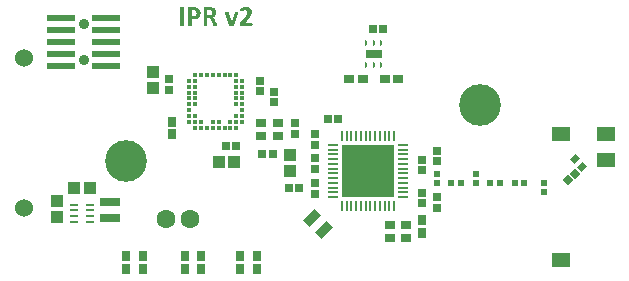
<source format=gbr>
%TF.GenerationSoftware,Altium Limited,Altium Designer,22.8.2 (66)*%
G04 Layer_Color=8388736*
%FSLAX45Y45*%
%MOMM*%
%TF.SameCoordinates,DE4C73A7-34E9-4613-BA68-141157798951*%
%TF.FilePolarity,Negative*%
%TF.FileFunction,Soldermask,Top*%
%TF.Part,Single*%
G01*
G75*
%TA.AperFunction,ConnectorPad*%
%ADD10R,1.50000X1.20000*%
%TA.AperFunction,SMDPad,CuDef*%
%ADD11R,4.45000X4.45000*%
%ADD12R,0.86000X0.22000*%
%ADD13R,0.22000X0.86000*%
%ADD17R,0.90000X0.80000*%
%ADD19R,1.35000X0.65000*%
G04:AMPARAMS|DCode=20|XSize=0.5mm|YSize=0.25mm|CornerRadius=0.125mm|HoleSize=0mm|Usage=FLASHONLY|Rotation=270.000|XOffset=0mm|YOffset=0mm|HoleType=Round|Shape=RoundedRectangle|*
%AMROUNDEDRECTD20*
21,1,0.50000,0.00000,0,0,270.0*
21,1,0.25000,0.25000,0,0,270.0*
1,1,0.25000,0.00000,-0.12500*
1,1,0.25000,0.00000,0.12500*
1,1,0.25000,0.00000,0.12500*
1,1,0.25000,0.00000,-0.12500*
%
%ADD20ROUNDEDRECTD20*%
G04:AMPARAMS|DCode=29|XSize=0.75mm|YSize=1.4mm|CornerRadius=0mm|HoleSize=0mm|Usage=FLASHONLY|Rotation=315.000|XOffset=0mm|YOffset=0mm|HoleType=Round|Shape=Rectangle|*
%AMROTATEDRECTD29*
4,1,4,-0.76014,-0.22981,0.22981,0.76014,0.76014,0.22981,-0.22981,-0.76014,-0.76014,-0.22981,0.0*
%
%ADD29ROTATEDRECTD29*%

G04:AMPARAMS|DCode=31|XSize=0.6mm|YSize=0.25mm|CornerRadius=0.05mm|HoleSize=0mm|Usage=FLASHONLY|Rotation=0.000|XOffset=0mm|YOffset=0mm|HoleType=Round|Shape=RoundedRectangle|*
%AMROUNDEDRECTD31*
21,1,0.60000,0.15000,0,0,0.0*
21,1,0.50000,0.25000,0,0,0.0*
1,1,0.10000,0.25000,-0.07500*
1,1,0.10000,-0.25000,-0.07500*
1,1,0.10000,-0.25000,0.07500*
1,1,0.10000,0.25000,0.07500*
%
%ADD31ROUNDEDRECTD31*%
%ADD33R,2.40000X0.56000*%
%TA.AperFunction,ComponentPad*%
%ADD43C,1.52400*%
%TA.AperFunction,ViaPad*%
%ADD46C,0.50000*%
%ADD49C,1.60020*%
%TA.AperFunction,ComponentPad*%
%ADD50C,0.88900*%
%ADD51C,3.53060*%
%TA.AperFunction,SMDPad,CuDef*%
%ADD57R,0.67620X0.71620*%
%ADD58R,0.97620X1.07620*%
%ADD59R,0.71620X0.67620*%
%ADD60R,0.82620X0.67620*%
%TA.AperFunction,BGAPad,CuDef*%
%ADD61C,0.42620*%
%TA.AperFunction,SMDPad,CuDef*%
%ADD62R,0.67620X0.82620*%
%ADD63R,0.55620X0.61620*%
%ADD64R,1.07620X0.97620*%
%ADD65R,0.62620X0.61620*%
%ADD66R,0.61620X0.62620*%
G04:AMPARAMS|DCode=67|XSize=0.6162mm|YSize=0.5562mm|CornerRadius=0mm|HoleSize=0mm|Usage=FLASHONLY|Rotation=225.000|XOffset=0mm|YOffset=0mm|HoleType=Round|Shape=Rectangle|*
%AMROTATEDRECTD67*
4,1,4,0.02121,0.41451,0.41451,0.02121,-0.02121,-0.41451,-0.41451,-0.02121,0.02121,0.41451,0.0*
%
%ADD67ROTATEDRECTD67*%

G04:AMPARAMS|DCode=68|XSize=0.6162mm|YSize=0.6262mm|CornerRadius=0mm|HoleSize=0mm|Usage=FLASHONLY|Rotation=315.000|XOffset=0mm|YOffset=0mm|HoleType=Round|Shape=Rectangle|*
%AMROTATEDRECTD68*
4,1,4,-0.43925,-0.00354,0.00354,0.43925,0.43925,0.00354,-0.00354,-0.43925,-0.43925,-0.00354,0.0*
%
%ADD68ROTATEDRECTD68*%

%ADD69R,0.79620X0.83620*%
%ADD70R,1.67620X0.72620*%
G36*
X4637709Y4804539D02*
X4638273D01*
X4639402Y4804257D01*
X4640813Y4803975D01*
X4642224Y4803411D01*
X4642506D01*
X4643071Y4803128D01*
X4643917Y4802564D01*
X4644482Y4802000D01*
X4644764Y4801435D01*
X4645046Y4800024D01*
Y4799460D01*
Y4798331D01*
Y4797767D01*
X4644764Y4796356D01*
Y4796073D01*
X4644482Y4795791D01*
X4644199Y4794098D01*
Y4793816D01*
X4643917Y4793252D01*
X4643635Y4792405D01*
X4643353Y4791276D01*
X4610618Y4692790D01*
Y4692508D01*
X4610336Y4691379D01*
X4609772Y4690251D01*
X4608925Y4689122D01*
X4608643Y4688840D01*
X4608079Y4688558D01*
X4607232Y4687993D01*
X4605539Y4687429D01*
X4605257D01*
X4603846Y4687147D01*
X4601870Y4686864D01*
X4599048Y4686582D01*
X4596227D01*
X4594816Y4686300D01*
X4584939D01*
X4581270Y4686582D01*
X4577884Y4686864D01*
X4577320D01*
X4575626Y4687147D01*
X4573369Y4687429D01*
X4571393Y4687711D01*
X4571111D01*
X4570265Y4688275D01*
X4569136Y4688558D01*
X4568007Y4689404D01*
Y4689686D01*
X4567443Y4690251D01*
X4567161Y4691379D01*
X4566596Y4692790D01*
X4533862Y4791276D01*
Y4791558D01*
X4533297Y4792687D01*
X4533015Y4794098D01*
X4532451Y4795509D01*
Y4795791D01*
Y4796638D01*
X4532168Y4797484D01*
Y4798331D01*
Y4798613D01*
Y4798895D01*
Y4800024D01*
Y4800306D01*
Y4800589D01*
X4532733Y4802000D01*
X4533015Y4802282D01*
X4533297Y4802564D01*
X4534144Y4802846D01*
X4535273Y4803411D01*
X4535555Y4803693D01*
X4536401Y4803975D01*
X4537812Y4804257D01*
X4539788Y4804539D01*
X4540352D01*
X4542045Y4804821D01*
X4550229D01*
X4553051Y4804539D01*
X4555591Y4804257D01*
X4556155D01*
X4557284Y4803975D01*
X4558977Y4803693D01*
X4560388Y4803411D01*
X4560670D01*
X4561234Y4803128D01*
X4562081Y4802564D01*
X4562645Y4801717D01*
X4562928Y4801435D01*
X4563210Y4801153D01*
X4564056Y4799460D01*
X4588607Y4719599D01*
X4589454Y4716495D01*
X4590300Y4719599D01*
X4614569Y4799460D01*
Y4799742D01*
X4614851Y4800306D01*
X4615698Y4801717D01*
X4615980Y4802000D01*
X4616262Y4802282D01*
X4617109Y4802846D01*
X4618238Y4803411D01*
X4618520D01*
X4619366Y4803693D01*
X4620777Y4803975D01*
X4622753Y4804257D01*
X4623317D01*
X4624728Y4804539D01*
X4627268Y4804821D01*
X4635451D01*
X4637709Y4804539D01*
D02*
G37*
G36*
X4713619Y4847433D02*
X4716441D01*
X4719827Y4846868D01*
X4723496Y4846304D01*
X4727165Y4845457D01*
X4730551Y4844329D01*
X4730833D01*
X4732244Y4843764D01*
X4733937Y4842918D01*
X4735913Y4842071D01*
X4740992Y4839249D01*
X4743532Y4837556D01*
X4745789Y4835581D01*
X4746072Y4835298D01*
X4746918Y4834734D01*
X4748047Y4833605D01*
X4749176Y4831912D01*
X4750869Y4829937D01*
X4752280Y4827961D01*
X4753691Y4825422D01*
X4755102Y4822600D01*
X4755384Y4822318D01*
X4755666Y4821189D01*
X4756231Y4819778D01*
X4756795Y4817802D01*
X4757359Y4815263D01*
X4757641Y4812441D01*
X4758206Y4809337D01*
Y4806232D01*
Y4805950D01*
Y4804821D01*
Y4803411D01*
X4757924Y4801435D01*
Y4799178D01*
X4757641Y4796638D01*
X4756513Y4790994D01*
Y4790712D01*
X4756231Y4789583D01*
X4755948Y4788172D01*
X4755102Y4786197D01*
X4754255Y4783939D01*
X4753409Y4781117D01*
X4751998Y4778013D01*
X4750304Y4774909D01*
X4750022Y4774627D01*
X4749458Y4773498D01*
X4748329Y4771805D01*
X4746918Y4769265D01*
X4745225Y4766443D01*
X4742967Y4763339D01*
X4740428Y4759953D01*
X4737324Y4756002D01*
X4737041Y4755438D01*
X4735913Y4754309D01*
X4733937Y4752051D01*
X4731397Y4749229D01*
X4728293Y4745561D01*
X4724343Y4741610D01*
X4719827Y4736813D01*
X4715030Y4732015D01*
X4696688Y4713108D01*
X4759617D01*
X4760181Y4712826D01*
X4761028Y4712262D01*
X4761310Y4711980D01*
X4761592Y4711697D01*
X4762721Y4710004D01*
X4763003Y4709722D01*
X4763285Y4708876D01*
X4763568Y4707747D01*
X4763850Y4706054D01*
Y4705489D01*
X4764132Y4704360D01*
X4764414Y4702385D01*
Y4700128D01*
Y4699845D01*
Y4699563D01*
Y4697870D01*
X4764132Y4695895D01*
X4763850Y4693919D01*
Y4693637D01*
X4763568Y4692508D01*
X4763285Y4691097D01*
X4763003Y4689686D01*
Y4689404D01*
X4762721Y4688840D01*
X4762157Y4688275D01*
X4761310Y4687711D01*
X4760746Y4687429D01*
X4759335Y4687147D01*
X4665364D01*
X4663953Y4687429D01*
X4663671D01*
X4662824Y4687993D01*
X4661696Y4688558D01*
X4660567Y4689404D01*
X4660285Y4689686D01*
X4660002Y4690533D01*
X4659438Y4691662D01*
X4658874Y4693355D01*
Y4693919D01*
Y4695330D01*
X4658591Y4697588D01*
Y4700410D01*
Y4700692D01*
Y4700974D01*
Y4702667D01*
Y4704925D01*
X4658874Y4707182D01*
Y4707465D01*
Y4707747D01*
X4659156Y4709158D01*
X4659438Y4710851D01*
X4660002Y4712544D01*
X4660285Y4712826D01*
X4660849Y4713955D01*
X4661696Y4715366D01*
X4662542Y4716777D01*
X4662824Y4717059D01*
X4663671Y4718188D01*
X4665082Y4719881D01*
X4666775Y4721574D01*
X4694148Y4750922D01*
X4694430Y4751205D01*
X4695559Y4752333D01*
X4696970Y4754027D01*
X4698945Y4756002D01*
X4700920Y4758542D01*
X4703178Y4761081D01*
X4705153Y4763621D01*
X4707129Y4766443D01*
X4707411Y4766725D01*
X4707975Y4767572D01*
X4708822Y4768983D01*
X4709951Y4770676D01*
X4712490Y4774909D01*
X4715030Y4779142D01*
Y4779424D01*
X4715595Y4780271D01*
X4715877Y4781399D01*
X4716723Y4782810D01*
X4717852Y4786197D01*
X4718981Y4789865D01*
Y4790147D01*
X4719263Y4790712D01*
Y4791558D01*
X4719545Y4792969D01*
X4719827Y4795791D01*
X4720110Y4799178D01*
Y4799460D01*
Y4799742D01*
X4719827Y4801717D01*
X4719545Y4803975D01*
X4718699Y4806797D01*
Y4807079D01*
X4718417Y4807361D01*
X4717570Y4809054D01*
X4716441Y4811030D01*
X4714748Y4813005D01*
X4714466Y4813569D01*
X4713055Y4814698D01*
X4711079Y4816109D01*
X4708540Y4817238D01*
X4708258D01*
X4707975Y4817520D01*
X4707129Y4817802D01*
X4706000Y4818085D01*
X4703178Y4818649D01*
X4699510Y4818931D01*
X4696970D01*
X4695277Y4818649D01*
X4691326Y4818085D01*
X4686811Y4816956D01*
X4686529D01*
X4685964Y4816674D01*
X4684835Y4816391D01*
X4683424Y4815827D01*
X4680320Y4814698D01*
X4676934Y4813005D01*
X4676652D01*
X4676370Y4812723D01*
X4674394Y4811594D01*
X4672137Y4810183D01*
X4669879Y4808772D01*
X4669315Y4808490D01*
X4668186Y4807926D01*
X4666775Y4807361D01*
X4665646Y4807079D01*
X4665082D01*
X4663671Y4807643D01*
Y4807926D01*
X4663106Y4808208D01*
X4662824Y4809054D01*
X4662260Y4810183D01*
Y4810465D01*
X4661978Y4811312D01*
Y4812723D01*
X4661696Y4814698D01*
Y4815263D01*
Y4816674D01*
X4661413Y4818931D01*
Y4821753D01*
Y4822318D01*
Y4823446D01*
Y4824857D01*
Y4826268D01*
Y4826550D01*
X4661696Y4827397D01*
X4661978Y4829655D01*
Y4829937D01*
X4662260Y4830501D01*
X4662824Y4831912D01*
X4663106Y4832194D01*
X4663389Y4832759D01*
X4665082Y4834452D01*
X4665364Y4834734D01*
X4666493Y4835581D01*
X4668186Y4836709D01*
X4670726Y4838120D01*
X4671008D01*
X4671572Y4838403D01*
X4672419Y4838967D01*
X4673548Y4839531D01*
X4676934Y4840942D01*
X4680885Y4842353D01*
X4681167D01*
X4682013Y4842635D01*
X4683142Y4843200D01*
X4684835Y4843764D01*
X4686529Y4844329D01*
X4688786Y4844893D01*
X4693866Y4846022D01*
X4694148D01*
X4695277Y4846304D01*
X4696688Y4846586D01*
X4698663Y4846868D01*
X4700920Y4847151D01*
X4703460Y4847433D01*
X4709104Y4847715D01*
X4711079D01*
X4713619Y4847433D01*
D02*
G37*
G36*
X4410261Y4844611D02*
X4411107D01*
X4412800Y4844329D01*
X4415058Y4844046D01*
X4417598Y4843764D01*
X4418162D01*
X4419291Y4843482D01*
X4420984Y4843200D01*
X4423242Y4842918D01*
X4426064Y4842071D01*
X4428885Y4841507D01*
X4434812Y4839249D01*
X4435094Y4838967D01*
X4436223Y4838685D01*
X4437633Y4837838D01*
X4439327Y4836992D01*
X4443560Y4834170D01*
X4447792Y4830501D01*
X4448075Y4830219D01*
X4448639Y4829655D01*
X4449768Y4828526D01*
X4450897Y4827115D01*
X4452025Y4825139D01*
X4453436Y4823164D01*
X4455976Y4818085D01*
Y4817802D01*
X4456540Y4816674D01*
X4456823Y4815263D01*
X4457387Y4813287D01*
X4457951Y4810748D01*
X4458234Y4807926D01*
X4458798Y4804821D01*
Y4801435D01*
Y4801153D01*
Y4800024D01*
Y4798613D01*
X4458516Y4796638D01*
X4458234Y4794380D01*
X4457951Y4791841D01*
X4456540Y4786761D01*
Y4786479D01*
X4456258Y4785632D01*
X4455694Y4784504D01*
X4455130Y4782810D01*
X4453154Y4779142D01*
X4450614Y4775191D01*
X4450332Y4774909D01*
X4450050Y4774345D01*
X4449203Y4773498D01*
X4448075Y4772087D01*
X4444971Y4769265D01*
X4441020Y4766161D01*
X4440738Y4765879D01*
X4440173Y4765597D01*
X4438762Y4764750D01*
X4437351Y4764186D01*
X4435376Y4763057D01*
X4433118Y4762210D01*
X4428039Y4760235D01*
X4428321D01*
X4428603Y4759953D01*
X4430296Y4759106D01*
X4432554Y4757695D01*
X4434812Y4756002D01*
X4435094D01*
X4435376Y4755720D01*
X4436787Y4754309D01*
X4438480Y4752616D01*
X4440455Y4750076D01*
Y4749794D01*
X4441020Y4749511D01*
X4442149Y4747818D01*
X4443842Y4745279D01*
X4445535Y4742174D01*
Y4741892D01*
X4446099Y4741328D01*
X4446382Y4740481D01*
X4447228Y4739352D01*
X4448639Y4736248D01*
X4450614Y4732298D01*
X4463878Y4701256D01*
Y4700974D01*
X4464160Y4700410D01*
X4464724Y4698717D01*
X4465571Y4696177D01*
X4466135Y4694201D01*
X4466417Y4693919D01*
X4466699Y4693073D01*
X4466982Y4691944D01*
Y4691097D01*
Y4690815D01*
Y4690251D01*
X4466417Y4688840D01*
X4465853Y4688275D01*
X4465006Y4687993D01*
X4463878Y4687429D01*
X4463595D01*
X4462467Y4687147D01*
X4460773Y4686864D01*
X4458516Y4686582D01*
X4455976D01*
X4453154Y4686300D01*
X4443277D01*
X4440738Y4686582D01*
X4440173D01*
X4439044Y4686864D01*
X4437633Y4687147D01*
X4435940Y4687429D01*
X4435658D01*
X4435094Y4687711D01*
X4434247Y4688275D01*
X4433401Y4688840D01*
Y4689122D01*
X4433118Y4689686D01*
X4432836Y4690533D01*
X4432554Y4691662D01*
X4418162Y4726654D01*
Y4726936D01*
X4417598Y4727783D01*
X4417316Y4728911D01*
X4416469Y4730322D01*
X4415058Y4733709D01*
X4413083Y4737095D01*
Y4737377D01*
X4412800Y4737942D01*
X4412236Y4738788D01*
X4411672Y4739917D01*
X4409978Y4742457D01*
X4407721Y4744996D01*
Y4745279D01*
X4407157Y4745561D01*
X4405746Y4746690D01*
X4403770Y4748383D01*
X4400948Y4749794D01*
X4400666D01*
X4400384Y4750076D01*
X4399537Y4750358D01*
X4398409Y4750640D01*
X4395587Y4751205D01*
X4391918Y4751487D01*
X4382041D01*
Y4691379D01*
Y4691097D01*
Y4690533D01*
X4381759Y4689686D01*
X4381195Y4688840D01*
X4380912D01*
X4380630Y4688275D01*
X4379784Y4687993D01*
X4378373Y4687429D01*
X4378091D01*
X4377244Y4687147D01*
X4375551D01*
X4373575Y4686864D01*
X4373011D01*
X4371318Y4686582D01*
X4369060Y4686300D01*
X4363134D01*
X4360595Y4686582D01*
X4358055Y4686864D01*
X4357490D01*
X4356362Y4687147D01*
X4354668D01*
X4352975Y4687429D01*
X4352693D01*
X4352129Y4687711D01*
X4351282Y4688275D01*
X4350436Y4688840D01*
Y4689122D01*
X4350153Y4689686D01*
X4349871Y4691379D01*
Y4834734D01*
Y4835016D01*
Y4835581D01*
X4350153Y4836427D01*
Y4837838D01*
X4351000Y4840096D01*
X4351564Y4841507D01*
X4352411Y4842353D01*
X4352975Y4842635D01*
X4354386Y4843764D01*
X4356362Y4844611D01*
X4359184Y4844893D01*
X4407157D01*
X4410261Y4844611D01*
D02*
G37*
G36*
X4271986D02*
X4275654Y4844329D01*
X4276501D01*
X4277629Y4844046D01*
X4279040Y4843764D01*
X4280734Y4843482D01*
X4282991Y4843200D01*
X4287788Y4842353D01*
X4288071D01*
X4288917Y4842071D01*
X4290328Y4841789D01*
X4292304Y4841225D01*
X4294279Y4840660D01*
X4296819Y4839814D01*
X4301898Y4837274D01*
X4302180Y4836992D01*
X4303027Y4836709D01*
X4304438Y4835863D01*
X4306131Y4834734D01*
X4310364Y4831630D01*
X4314315Y4827679D01*
X4314597Y4827397D01*
X4315161Y4826550D01*
X4316008Y4825422D01*
X4317137Y4824011D01*
X4318548Y4822035D01*
X4319676Y4819496D01*
X4321087Y4816956D01*
X4322216Y4814134D01*
Y4813852D01*
X4322781Y4812723D01*
X4323063Y4811312D01*
X4323627Y4809054D01*
X4324192Y4806515D01*
X4324474Y4803693D01*
X4325038Y4800306D01*
Y4796920D01*
Y4796638D01*
Y4796356D01*
Y4794662D01*
X4324756Y4792123D01*
X4324474Y4789019D01*
X4323909Y4785350D01*
X4323345Y4781399D01*
X4322216Y4777166D01*
X4320805Y4773216D01*
X4320523Y4772651D01*
X4319959Y4771523D01*
X4319112Y4769547D01*
X4317701Y4767290D01*
X4316008Y4764468D01*
X4314033Y4761646D01*
X4311493Y4758824D01*
X4308671Y4756002D01*
X4308389Y4755720D01*
X4307260Y4754873D01*
X4305567Y4753462D01*
X4303309Y4752051D01*
X4300487Y4750358D01*
X4297101Y4748383D01*
X4293432Y4746690D01*
X4289199Y4745279D01*
X4288635D01*
X4287224Y4744714D01*
X4284684Y4744150D01*
X4281580Y4743585D01*
X4277629Y4743021D01*
X4272832Y4742457D01*
X4267753Y4742174D01*
X4262109Y4741892D01*
X4249128D01*
Y4691379D01*
Y4691097D01*
Y4690533D01*
X4248846Y4689686D01*
X4248281Y4688840D01*
X4247999D01*
X4247717Y4688275D01*
X4246870Y4687993D01*
X4245459Y4687429D01*
X4245177D01*
X4244331Y4687147D01*
X4242637D01*
X4240662Y4686864D01*
X4240098D01*
X4238405Y4686582D01*
X4236147Y4686300D01*
X4230221D01*
X4227681Y4686582D01*
X4225141Y4686864D01*
X4224577D01*
X4223448Y4687147D01*
X4221755D01*
X4220062Y4687429D01*
X4219780D01*
X4219215Y4687711D01*
X4218369Y4688275D01*
X4217522Y4688840D01*
Y4689122D01*
X4217240Y4689686D01*
X4216958Y4691379D01*
Y4833323D01*
Y4833605D01*
Y4834170D01*
X4217240Y4835298D01*
Y4836427D01*
X4218087Y4839249D01*
X4219780Y4841789D01*
X4220062Y4842071D01*
X4220344Y4842353D01*
X4222037Y4843482D01*
X4224295Y4844329D01*
X4225988Y4844893D01*
X4268317D01*
X4271986Y4844611D01*
D02*
G37*
G36*
X4171525Y4845457D02*
X4174064Y4845175D01*
X4174629D01*
X4175757Y4844893D01*
X4177451Y4844611D01*
X4178862Y4844329D01*
X4179144D01*
X4179990Y4844046D01*
X4180837Y4843482D01*
X4181684Y4842635D01*
X4181966Y4842353D01*
X4182248Y4842071D01*
X4182530Y4841225D01*
Y4840378D01*
Y4691379D01*
Y4691097D01*
Y4690533D01*
X4182248Y4689686D01*
X4181684Y4688840D01*
X4181401D01*
X4181119Y4688275D01*
X4180273Y4687993D01*
X4178862Y4687429D01*
X4178579D01*
X4177733Y4687147D01*
X4176040D01*
X4174064Y4686864D01*
X4173500D01*
X4172089Y4686582D01*
X4169549Y4686300D01*
X4163623D01*
X4161083Y4686582D01*
X4158544Y4686864D01*
X4157979D01*
X4156850Y4687147D01*
X4155157D01*
X4153464Y4687429D01*
X4153182D01*
X4152618Y4687711D01*
X4151771Y4688275D01*
X4150924Y4688840D01*
Y4689122D01*
X4150642Y4689686D01*
X4150360Y4691379D01*
Y4840378D01*
Y4840660D01*
Y4841225D01*
X4150924Y4842635D01*
X4151207Y4842918D01*
X4151489Y4843200D01*
X4152618Y4843764D01*
X4153746Y4844329D01*
X4154029D01*
X4155157Y4844611D01*
X4156568Y4844893D01*
X4158544Y4845175D01*
X4159108D01*
X4160801Y4845457D01*
X4163059Y4845740D01*
X4168985D01*
X4171525Y4845457D01*
D02*
G37*
%LPC*%
G36*
X4399819Y4820342D02*
X4382041D01*
Y4775473D01*
X4400666D01*
X4402077Y4775755D01*
X4406028Y4776038D01*
X4409978Y4776884D01*
X4410261D01*
X4410825Y4777166D01*
X4411672Y4777449D01*
X4413083Y4778013D01*
X4415622Y4779424D01*
X4418444Y4781399D01*
X4418726Y4781682D01*
X4419009Y4781964D01*
X4420420Y4783375D01*
X4422113Y4785914D01*
X4423524Y4788736D01*
Y4789019D01*
X4423806Y4789583D01*
X4424088Y4790430D01*
X4424653Y4791558D01*
X4425217Y4794380D01*
X4425499Y4798049D01*
Y4798331D01*
Y4799460D01*
X4425217Y4800871D01*
X4424935Y4802564D01*
X4424088Y4807079D01*
X4422959Y4809337D01*
X4421831Y4811312D01*
X4421548Y4811594D01*
X4421266Y4812159D01*
X4420420Y4813005D01*
X4419009Y4814416D01*
X4417598Y4815545D01*
X4415622Y4816674D01*
X4413083Y4818085D01*
X4410261Y4818931D01*
X4409978D01*
X4408850Y4819213D01*
X4407157Y4819496D01*
X4404899Y4819778D01*
X4404335D01*
X4402641Y4820060D01*
X4399819Y4820342D01*
D02*
G37*
G36*
X4266342Y4820060D02*
X4249128D01*
Y4766725D01*
X4266060D01*
X4267753Y4767007D01*
X4271986Y4767572D01*
X4276219Y4768701D01*
X4276501D01*
X4277065Y4768983D01*
X4277912Y4769547D01*
X4279040Y4770112D01*
X4281862Y4771805D01*
X4284402Y4774345D01*
X4284684Y4774627D01*
X4284967Y4774909D01*
X4285531Y4775755D01*
X4286378Y4776884D01*
X4288071Y4779706D01*
X4289482Y4783093D01*
Y4783375D01*
X4289764Y4783939D01*
X4290046Y4785068D01*
X4290610Y4786479D01*
X4290893Y4788172D01*
X4291175Y4790147D01*
X4291457Y4794662D01*
Y4794945D01*
Y4796073D01*
X4291175Y4797484D01*
Y4799460D01*
X4290046Y4803975D01*
X4289482Y4806232D01*
X4288353Y4808208D01*
Y4808490D01*
X4287788Y4809054D01*
X4287224Y4810183D01*
X4286378Y4811312D01*
X4284120Y4813852D01*
X4281298Y4816109D01*
X4281016D01*
X4280451Y4816391D01*
X4279605Y4816956D01*
X4278476Y4817520D01*
X4275654Y4818367D01*
X4272268Y4819213D01*
X4271986D01*
X4271421Y4819496D01*
X4270575D01*
X4269164Y4819778D01*
X4266342Y4820060D01*
D02*
G37*
%LPD*%
D10*
X7753160Y3775300D02*
D03*
Y3555300D02*
D03*
X7380160Y3775300D02*
D03*
Y2705300D02*
D03*
D11*
X5742000Y3458340D02*
D03*
D12*
X5448500Y3238340D02*
D03*
Y3278340D02*
D03*
Y3318340D02*
D03*
Y3358340D02*
D03*
Y3398340D02*
D03*
Y3438340D02*
D03*
Y3478340D02*
D03*
Y3518340D02*
D03*
Y3558340D02*
D03*
Y3598340D02*
D03*
Y3638340D02*
D03*
Y3678340D02*
D03*
X6035500D02*
D03*
Y3638340D02*
D03*
Y3598340D02*
D03*
Y3558340D02*
D03*
Y3518340D02*
D03*
Y3478340D02*
D03*
Y3438340D02*
D03*
Y3398340D02*
D03*
Y3358340D02*
D03*
Y3318340D02*
D03*
Y3278340D02*
D03*
Y3238340D02*
D03*
D13*
X5522000Y3751840D02*
D03*
X5562000D02*
D03*
X5602000D02*
D03*
X5642000D02*
D03*
X5682000D02*
D03*
X5722000D02*
D03*
X5762000D02*
D03*
X5802000D02*
D03*
X5842000D02*
D03*
X5882000D02*
D03*
X5922000D02*
D03*
X5962000D02*
D03*
Y3164840D02*
D03*
X5922000D02*
D03*
X5882000D02*
D03*
X5842000D02*
D03*
X5802000D02*
D03*
X5762000D02*
D03*
X5722000D02*
D03*
X5682000D02*
D03*
X5642000D02*
D03*
X5602000D02*
D03*
X5562000D02*
D03*
X5522000D02*
D03*
D17*
X4838700Y3860800D02*
D03*
X4978700D02*
D03*
Y3750800D02*
D03*
X4838700D02*
D03*
X5924400Y2888860D02*
D03*
X6064400D02*
D03*
Y2998860D02*
D03*
X5924400D02*
D03*
D19*
X5791200Y4447540D02*
D03*
D20*
X5856200Y4352540D02*
D03*
X5791200D02*
D03*
X5726200D02*
D03*
Y4542540D02*
D03*
X5791200D02*
D03*
X5856200D02*
D03*
D29*
X5367485Y2961175D02*
D03*
X5264955Y3063705D02*
D03*
D31*
X3384780Y3173800D02*
D03*
Y3123800D02*
D03*
Y3073800D02*
D03*
Y3023800D02*
D03*
X3254780D02*
D03*
Y3073800D02*
D03*
Y3123800D02*
D03*
Y3173800D02*
D03*
D33*
X3525520Y4752340D02*
D03*
Y4650740D02*
D03*
Y4549140D02*
D03*
Y4447540D02*
D03*
Y4345940D02*
D03*
X3144520Y4752340D02*
D03*
Y4650740D02*
D03*
Y4549140D02*
D03*
Y4447540D02*
D03*
Y4345940D02*
D03*
D43*
X2829560Y3143250D02*
D03*
Y4413250D02*
D03*
D46*
X5751200Y4447540D02*
D03*
X5831200D02*
D03*
D49*
X4033520Y3053080D02*
D03*
X4239260D02*
D03*
D50*
X3335020Y4699140D02*
D03*
Y4399140D02*
D03*
D51*
X3693160Y3543300D02*
D03*
X6690360Y4013200D02*
D03*
D57*
X5871023Y4662880D02*
D03*
X5783023D02*
D03*
X4847220Y3599180D02*
D03*
X4935220D02*
D03*
X4628700Y3670300D02*
D03*
X4540700D02*
D03*
X5492300Y3901440D02*
D03*
X5404300D02*
D03*
X5162100Y3317240D02*
D03*
X5074100D02*
D03*
D58*
X4611560Y3530600D02*
D03*
X4476560D02*
D03*
X3252280Y3312160D02*
D03*
X3387280D02*
D03*
D59*
X5125720Y3861620D02*
D03*
Y3773620D02*
D03*
X4947920Y4130860D02*
D03*
Y4042860D02*
D03*
X4826000Y4134300D02*
D03*
Y4222300D02*
D03*
X6324600Y3627940D02*
D03*
Y3539940D02*
D03*
Y3146240D02*
D03*
Y3234240D02*
D03*
X6197600Y3551740D02*
D03*
Y3463740D02*
D03*
Y3184340D02*
D03*
Y3272340D02*
D03*
X5295900Y3267340D02*
D03*
Y3355340D02*
D03*
Y3679640D02*
D03*
Y3767640D02*
D03*
Y3476440D02*
D03*
Y3564440D02*
D03*
X4061460Y4147000D02*
D03*
Y4235000D02*
D03*
D60*
X5696300Y4234180D02*
D03*
X5581300D02*
D03*
X5883560D02*
D03*
X5998560D02*
D03*
D61*
X4677725Y3872660D02*
D03*
Y3922660D02*
D03*
Y3972660D02*
D03*
Y4022660D02*
D03*
Y4072660D02*
D03*
Y4122660D02*
D03*
Y4172660D02*
D03*
Y4222660D02*
D03*
X4627725Y3822660D02*
D03*
Y3872660D02*
D03*
Y3922660D02*
D03*
Y4022660D02*
D03*
Y4072660D02*
D03*
Y4122660D02*
D03*
Y4172660D02*
D03*
Y4222660D02*
D03*
Y4272660D02*
D03*
X4577725Y3822660D02*
D03*
Y3872660D02*
D03*
Y4272660D02*
D03*
X4527725Y3822660D02*
D03*
Y4272660D02*
D03*
X4477725Y3822660D02*
D03*
Y3872660D02*
D03*
Y4272660D02*
D03*
X4427725Y3822660D02*
D03*
Y3872660D02*
D03*
Y4272660D02*
D03*
X4377725Y3822660D02*
D03*
Y4272660D02*
D03*
X4327725Y3822660D02*
D03*
Y3872660D02*
D03*
Y4272660D02*
D03*
X4277725Y3822660D02*
D03*
Y3872660D02*
D03*
Y3922660D02*
D03*
Y4022660D02*
D03*
Y4072660D02*
D03*
Y4122660D02*
D03*
Y4172660D02*
D03*
Y4222660D02*
D03*
Y4272660D02*
D03*
X4227725Y3872660D02*
D03*
Y3922660D02*
D03*
Y3972660D02*
D03*
Y4022660D02*
D03*
Y4072660D02*
D03*
Y4122660D02*
D03*
Y4172660D02*
D03*
Y4222660D02*
D03*
D62*
X4800600Y2739740D02*
D03*
Y2624740D02*
D03*
X6197600Y2929540D02*
D03*
Y3044540D02*
D03*
X4660900Y2624740D02*
D03*
Y2739740D02*
D03*
X4330700Y2627280D02*
D03*
Y2742280D02*
D03*
X3835400Y2627280D02*
D03*
Y2742280D02*
D03*
X4191000Y2627280D02*
D03*
Y2742280D02*
D03*
X3695700Y2627280D02*
D03*
Y2742280D02*
D03*
D63*
X6863900Y3355340D02*
D03*
X6775900D02*
D03*
X6533700D02*
D03*
X6445700D02*
D03*
D64*
X5085080Y3597020D02*
D03*
Y3462020D02*
D03*
X3921760Y4164140D02*
D03*
Y4299140D02*
D03*
X3106420Y3204400D02*
D03*
Y3069400D02*
D03*
D65*
X6983200Y3355340D02*
D03*
X7061200D02*
D03*
D66*
X6654800Y3432440D02*
D03*
Y3354440D02*
D03*
X6324600Y3433340D02*
D03*
Y3355340D02*
D03*
X7233920Y3278240D02*
D03*
Y3356240D02*
D03*
D67*
X7492367Y3556633D02*
D03*
X7554593Y3494407D02*
D03*
D68*
X7492637Y3433717D02*
D03*
X7437483Y3378563D02*
D03*
D69*
X4079240Y3771160D02*
D03*
Y3869160D02*
D03*
D70*
X3561080Y3056700D02*
D03*
Y3191700D02*
D03*
%TF.MD5,272fa7cfa604c40a6309c7551444c053*%
M02*

</source>
